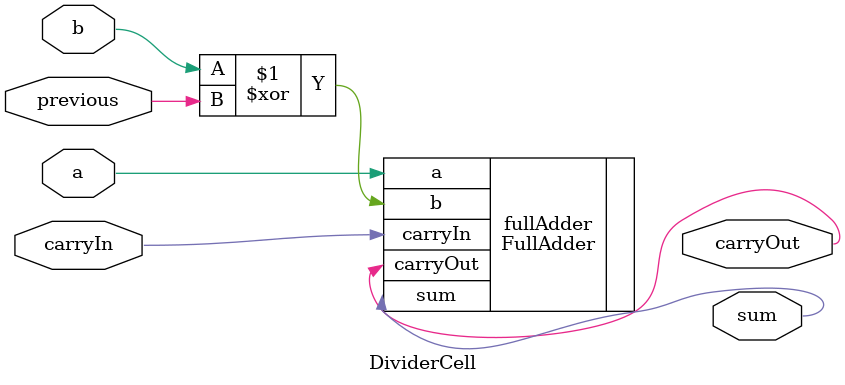
<source format=v>

/* SUMMARY:
This is a single cell meant to be used in array dividers. It is also known as
a Conditional Adder Subtractor (CAS)
*/

module DividerCell (
        input a, // dividend
        input b, //divisor
        input carryIn,
        input previous,

        output wire carryOut,
        output wire sum
    );

    FullAdder fullAdder (
        .a(a),
        .b(b ^ previous),
        .carryIn(carryIn),
        .carryOut(carryOut),
        .sum(sum)
    );

endmodule
</source>
